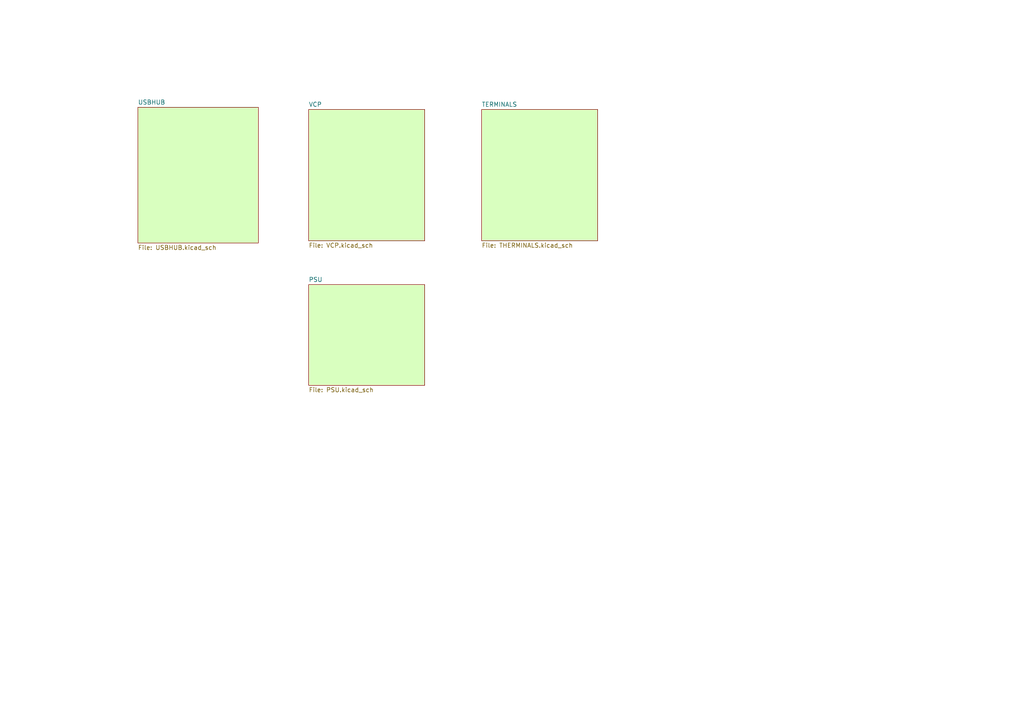
<source format=kicad_sch>
(kicad_sch
	(version 20231120)
	(generator "eeschema")
	(generator_version "8.0")
	(uuid "894575b3-04b4-4de6-be3b-d3e95898aa4c")
	(paper "A4")
	(lib_symbols)
	(sheet
		(at 89.535 31.75)
		(size 33.655 38.1)
		(fields_autoplaced yes)
		(stroke
			(width 0.1524)
			(type solid)
		)
		(fill
			(color 217 255 191 1.0000)
		)
		(uuid "0d5a93cf-7d90-4a0d-9179-334af185828b")
		(property "Sheetname" "VCP"
			(at 89.535 31.0384 0)
			(effects
				(font
					(size 1.27 1.27)
				)
				(justify left bottom)
			)
		)
		(property "Sheetfile" "VCP.kicad_sch"
			(at 89.535 70.4346 0)
			(effects
				(font
					(size 1.27 1.27)
				)
				(justify left top)
			)
		)
		(instances
			(project "UMFTPD2A"
				(path "/894575b3-04b4-4de6-be3b-d3e95898aa4c"
					(page "3")
				)
			)
		)
	)
	(sheet
		(at 40.005 31.115)
		(size 34.925 39.37)
		(fields_autoplaced yes)
		(stroke
			(width 0.1524)
			(type solid)
		)
		(fill
			(color 217 255 191 1.0000)
		)
		(uuid "44d66852-8e77-4050-8ef5-00384e51eea2")
		(property "Sheetname" "USBHUB"
			(at 40.005 30.4034 0)
			(effects
				(font
					(size 1.27 1.27)
				)
				(justify left bottom)
			)
		)
		(property "Sheetfile" "USBHUB.kicad_sch"
			(at 40.005 71.0696 0)
			(effects
				(font
					(size 1.27 1.27)
				)
				(justify left top)
			)
		)
		(instances
			(project "UMFTPD2A"
				(path "/894575b3-04b4-4de6-be3b-d3e95898aa4c"
					(page "2")
				)
			)
		)
	)
	(sheet
		(at 139.7 31.75)
		(size 33.655 38.1)
		(fields_autoplaced yes)
		(stroke
			(width 0.1524)
			(type solid)
		)
		(fill
			(color 217 255 191 1.0000)
		)
		(uuid "7b3ac816-e685-4a3e-801d-f94612fd124e")
		(property "Sheetname" "TERMINALS"
			(at 139.7 31.0384 0)
			(effects
				(font
					(size 1.27 1.27)
				)
				(justify left bottom)
			)
		)
		(property "Sheetfile" "THERMINALS.kicad_sch"
			(at 139.7 70.4346 0)
			(effects
				(font
					(size 1.27 1.27)
				)
				(justify left top)
			)
		)
		(instances
			(project "UMFTPD2A"
				(path "/894575b3-04b4-4de6-be3b-d3e95898aa4c"
					(page "5")
				)
			)
		)
	)
	(sheet
		(at 89.535 82.55)
		(size 33.655 29.21)
		(fields_autoplaced yes)
		(stroke
			(width 0.1524)
			(type solid)
		)
		(fill
			(color 217 255 191 1.0000)
		)
		(uuid "f1b7b6c4-da7e-40d5-8b7f-7a53d131890d")
		(property "Sheetname" "PSU"
			(at 89.535 81.8384 0)
			(effects
				(font
					(size 1.27 1.27)
				)
				(justify left bottom)
			)
		)
		(property "Sheetfile" "PSU.kicad_sch"
			(at 89.535 112.3446 0)
			(effects
				(font
					(size 1.27 1.27)
				)
				(justify left top)
			)
		)
		(instances
			(project "UMFTPD2A"
				(path "/894575b3-04b4-4de6-be3b-d3e95898aa4c"
					(page "4")
				)
			)
		)
	)
	(sheet_instances
		(path "/"
			(page "1")
		)
	)
)

</source>
